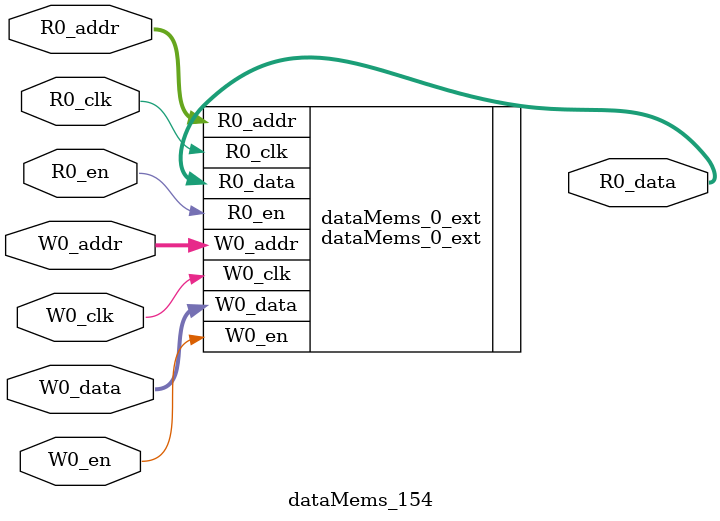
<source format=sv>
`ifndef RANDOMIZE
  `ifdef RANDOMIZE_REG_INIT
    `define RANDOMIZE
  `endif // RANDOMIZE_REG_INIT
`endif // not def RANDOMIZE
`ifndef RANDOMIZE
  `ifdef RANDOMIZE_MEM_INIT
    `define RANDOMIZE
  `endif // RANDOMIZE_MEM_INIT
`endif // not def RANDOMIZE

`ifndef RANDOM
  `define RANDOM $random
`endif // not def RANDOM

// Users can define 'PRINTF_COND' to add an extra gate to prints.
`ifndef PRINTF_COND_
  `ifdef PRINTF_COND
    `define PRINTF_COND_ (`PRINTF_COND)
  `else  // PRINTF_COND
    `define PRINTF_COND_ 1
  `endif // PRINTF_COND
`endif // not def PRINTF_COND_

// Users can define 'ASSERT_VERBOSE_COND' to add an extra gate to assert error printing.
`ifndef ASSERT_VERBOSE_COND_
  `ifdef ASSERT_VERBOSE_COND
    `define ASSERT_VERBOSE_COND_ (`ASSERT_VERBOSE_COND)
  `else  // ASSERT_VERBOSE_COND
    `define ASSERT_VERBOSE_COND_ 1
  `endif // ASSERT_VERBOSE_COND
`endif // not def ASSERT_VERBOSE_COND_

// Users can define 'STOP_COND' to add an extra gate to stop conditions.
`ifndef STOP_COND_
  `ifdef STOP_COND
    `define STOP_COND_ (`STOP_COND)
  `else  // STOP_COND
    `define STOP_COND_ 1
  `endif // STOP_COND
`endif // not def STOP_COND_

// Users can define INIT_RANDOM as general code that gets injected into the
// initializer block for modules with registers.
`ifndef INIT_RANDOM
  `define INIT_RANDOM
`endif // not def INIT_RANDOM

// If using random initialization, you can also define RANDOMIZE_DELAY to
// customize the delay used, otherwise 0.002 is used.
`ifndef RANDOMIZE_DELAY
  `define RANDOMIZE_DELAY 0.002
`endif // not def RANDOMIZE_DELAY

// Define INIT_RANDOM_PROLOG_ for use in our modules below.
`ifndef INIT_RANDOM_PROLOG_
  `ifdef RANDOMIZE
    `ifdef VERILATOR
      `define INIT_RANDOM_PROLOG_ `INIT_RANDOM
    `else  // VERILATOR
      `define INIT_RANDOM_PROLOG_ `INIT_RANDOM #`RANDOMIZE_DELAY begin end
    `endif // VERILATOR
  `else  // RANDOMIZE
    `define INIT_RANDOM_PROLOG_
  `endif // RANDOMIZE
`endif // not def INIT_RANDOM_PROLOG_

// Include register initializers in init blocks unless synthesis is set
`ifndef SYNTHESIS
  `ifndef ENABLE_INITIAL_REG_
    `define ENABLE_INITIAL_REG_
  `endif // not def ENABLE_INITIAL_REG_
`endif // not def SYNTHESIS

// Include rmemory initializers in init blocks unless synthesis is set
`ifndef SYNTHESIS
  `ifndef ENABLE_INITIAL_MEM_
    `define ENABLE_INITIAL_MEM_
  `endif // not def ENABLE_INITIAL_MEM_
`endif // not def SYNTHESIS

module dataMems_154(	// @[generators/ara/src/main/scala/UnsafeAXI4ToTL.scala:365:62]
  input  [4:0]   R0_addr,
  input          R0_en,
  input          R0_clk,
  output [130:0] R0_data,
  input  [4:0]   W0_addr,
  input          W0_en,
  input          W0_clk,
  input  [130:0] W0_data
);

  dataMems_0_ext dataMems_0_ext (	// @[generators/ara/src/main/scala/UnsafeAXI4ToTL.scala:365:62]
    .R0_addr (R0_addr),
    .R0_en   (R0_en),
    .R0_clk  (R0_clk),
    .R0_data (R0_data),
    .W0_addr (W0_addr),
    .W0_en   (W0_en),
    .W0_clk  (W0_clk),
    .W0_data (W0_data)
  );
endmodule


</source>
